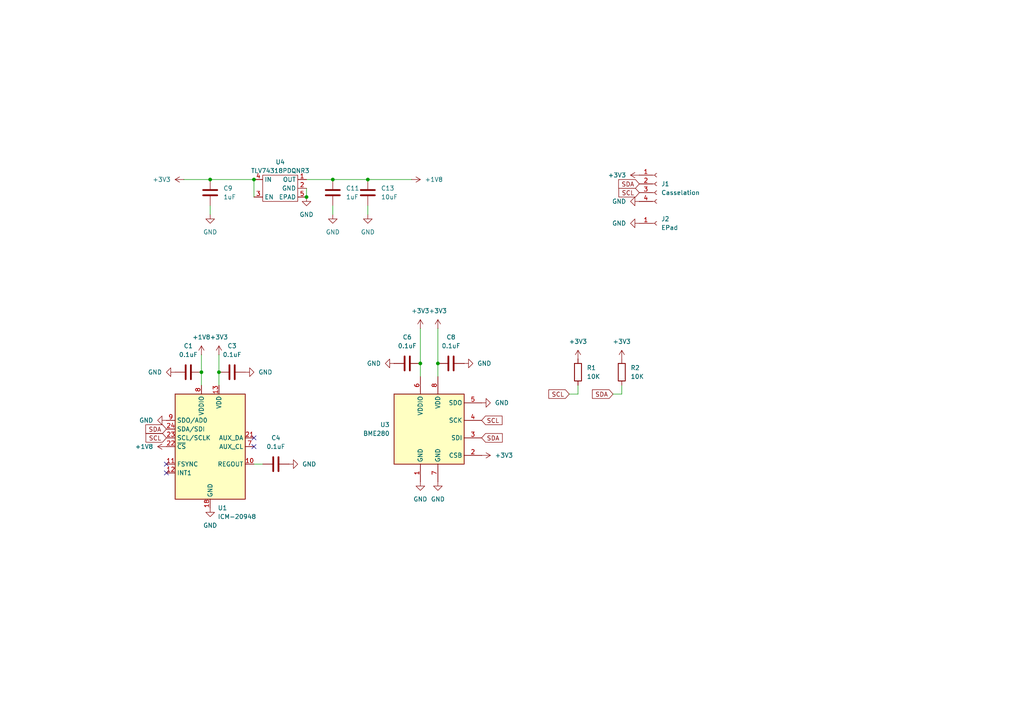
<source format=kicad_sch>
(kicad_sch (version 20231120) (generator "eeschema") (generator_version "8.0")
  (paper "A4")
  (lib_symbols
    (symbol "Connector:Conn_01x01_Socket" (pin_names (offset 1.016) hide)
      (property "Reference" "J" (at 0 2.54 0))
      (property "Value" "Conn_01x01_Socket" (at 0 -2.54 0))
      (symbol "Conn_01x01_Socket_1_1"
        (polyline (pts (xy -1.27 0) (xy -0.508 0)) (stroke (width 0.1524)))
        (arc (start 0 0.508) (mid -0.5058 0) (end 0 -0.508) (stroke (width 0.1524)))
        (pin passive line (at -5.08 0 0) (length 3.81) (name "Pin_1") (number "1"))
      )
    )
    (symbol "Connector:Conn_01x04_Socket" (pin_names (offset 1.016) hide)
      (property "Reference" "J" (at 0 5.08 0))
      (property "Value" "Conn_01x04_Socket" (at 0 -7.62 0))
      (symbol "Conn_01x04_Socket_1_1"
        (arc (start 0 -4.572) (mid -0.5058 -5.08) (end 0 -5.588) (stroke (width 0.1524)))
        (arc (start 0 -2.032) (mid -0.5058 -2.54) (end 0 -3.048) (stroke (width 0.1524)))
        (polyline (pts (xy -1.27 -5.08) (xy -0.508 -5.08)) (stroke (width 0.1524)))
        (polyline (pts (xy -1.27 -2.54) (xy -0.508 -2.54)) (stroke (width 0.1524)))
        (polyline (pts (xy -1.27 0) (xy -0.508 0)) (stroke (width 0.1524)))
        (polyline (pts (xy -1.27 2.54) (xy -0.508 2.54)) (stroke (width 0.1524)))
        (arc (start 0 0.508) (mid -0.5058 0) (end 0 -0.508) (stroke (width 0.1524)))
        (arc (start 0 3.048) (mid -0.5058 2.54) (end 0 2.032) (stroke (width 0.1524)))
        (pin passive line (at -5.08 2.54 0) (length 3.81) (name "Pin_1") (number "1"))
        (pin passive line (at -5.08 0 0) (length 3.81) (name "Pin_2") (number "2"))
        (pin passive line (at -5.08 -2.54 0) (length 3.81) (name "Pin_3") (number "3"))
        (pin passive line (at -5.08 -5.08 0) (length 3.81) (name "Pin_4") (number "4"))
      )
    )
    (symbol "Device:C" (pin_numbers hide) (pin_names (offset 0.254))
      (property "Reference" "C" (at 0.635 2.54 0))
      (property "Value" "C" (at 0.635 -2.54 0))
      (symbol "C_0_1"
        (polyline (pts (xy -2.032 -0.762) (xy 2.032 -0.762)) (stroke (width 0.508)))
        (polyline (pts (xy -2.032 0.762) (xy 2.032 0.762)) (stroke (width 0.508)))
      )
      (symbol "C_1_1"
        (pin passive line (at 0 3.81 270) (length 2.794) (name "~") (number "1"))
        (pin passive line (at 0 -3.81 90) (length 2.794) (name "~") (number "2"))
      )
    )
    (symbol "Device:R" (pin_numbers hide) (pin_names (offset 0))
      (property "Reference" "R" (at 2.032 0 90))
      (property "Value" "R" (at 0 0 90))
      (symbol "R_0_1"
        (rectangle (start -1.016 -2.54) (end 1.016 2.54) (stroke (width 0.254)))
      )
      (symbol "R_1_1"
        (pin passive line (at 0 3.81 270) (length 1.27) (name "~") (number "1"))
        (pin passive line (at 0 -3.81 90) (length 1.27) (name "~") (number "2"))
      )
    )
    (symbol "Sensor:BME280"
      (property "Reference" "U" (at -8.89 11.43 0))
      (property "Value" "BME280" (at 7.62 11.43 0))
      (symbol "BME280_0_1"
        (rectangle (start -10.16 10.16) (end 10.16 -10.16) (stroke (width 0.254)) (fill (type background)))
      )
      (symbol "BME280_1_1"
        (pin power_in line (at -2.54 -15.24 90) (length 5.08) (name "GND") (number "1"))
        (pin input line (at 15.24 -7.62 180) (length 5.08) (name "CSB") (number "2"))
        (pin bidirectional line (at 15.24 -2.54 180) (length 5.08) (name "SDI") (number "3"))
        (pin input line (at 15.24 2.54 180) (length 5.08) (name "SCK") (number "4"))
        (pin bidirectional line (at 15.24 7.62 180) (length 5.08) (name "SDO") (number "5"))
        (pin power_in line (at -2.54 15.24 270) (length 5.08) (name "VDDIO") (number "6"))
        (pin power_in line (at 2.54 -15.24 90) (length 5.08) (name "GND") (number "7"))
        (pin power_in line (at 2.54 15.24 270) (length 5.08) (name "VDD") (number "8"))
      )
    )
    (symbol "Sensor_Motion:ICM-20948"
      (property "Reference" "U" (at -11.43 16.51 0))
      (property "Value" "ICM-20948" (at 7.62 -16.51 0))
      (symbol "ICM-20948_0_1"
        (rectangle (start -10.16 15.24) (end 10.16 -15.24) (stroke (width 0.254)) (fill (type background)))
      )
      (symbol "ICM-20948_1_1"
        (pin no_connect line (at -10.16 12.7 0) (length 2.54) hide (name "NC") (number "1"))
        (pin passive line (at 12.7 -5.08 180) (length 2.54) (name "REGOUT") (number "10"))
        (pin input line (at -12.7 -5.08 0) (length 2.54) (name "FSYNC") (number "11"))
        (pin output line (at -12.7 -7.62 0) (length 2.54) (name "INT1") (number "12"))
        (pin power_in line (at 2.54 17.78 270) (length 2.54) (name "VDD") (number "13"))
        (pin no_connect line (at 10.16 7.62 180) (length 2.54) hide (name "NC") (number "14"))
        (pin no_connect line (at 10.16 5.08 180) (length 2.54) hide (name "NC") (number "15"))
        (pin no_connect line (at 10.16 -7.62 180) (length 2.54) hide (name "NC") (number "16"))
        (pin no_connect line (at 10.16 -10.16 180) (length 2.54) hide (name "NC") (number "17"))
        (pin power_in line (at 0 -17.78 90) (length 2.54) (name "GND") (number "18"))
        (pin no_connect line (at 10.16 -12.7 180) (length 2.54) hide (name "RESV") (number "19"))
        (pin no_connect line (at -10.16 10.16 0) (length 2.54) hide (name "NC") (number "2"))
        (pin passive line (at 0 -17.78 90) (length 2.54) hide (name "GND") (number "20"))
        (pin bidirectional line (at 12.7 2.54 180) (length 2.54) (name "AUX_DA") (number "21"))
        (pin input line (at -12.7 0 0) (length 2.54) (name "~{CS}") (number "22"))
        (pin input line (at -12.7 2.54 0) (length 2.54) (name "SCL/SCLK") (number "23"))
        (pin bidirectional line (at -12.7 5.08 0) (length 2.54) (name "SDA/SDI") (number "24"))
        (pin no_connect line (at -10.16 -2.54 0) (length 2.54) hide (name "NC") (number "3"))
        (pin no_connect line (at -10.16 -10.16 0) (length 2.54) hide (name "NC") (number "4"))
        (pin no_connect line (at -10.16 -12.7 0) (length 2.54) hide (name "NC") (number "5"))
        (pin no_connect line (at 10.16 10.16 180) (length 2.54) hide (name "NC") (number "6"))
        (pin output line (at 12.7 0 180) (length 2.54) (name "AUX_CL") (number "7"))
        (pin power_in line (at -2.54 17.78 270) (length 2.54) (name "VDDIO") (number "8"))
        (pin bidirectional line (at -12.7 7.62 0) (length 2.54) (name "SDO/AD0") (number "9"))
      )
    )
    (symbol "TLV74018PDQNR:LDO_TLV74018PDQNR_4P-X2SON"
      (property "Reference" "U" (at 0 5.08 0))
      (symbol "LDO_TLV74018PDQNR_4P-X2SON_0_1"
        (rectangle (start -5.08 3.81) (end 5.08 -3.81))
      )
      (symbol "LDO_TLV74018PDQNR_4P-X2SON_1_1"
        (pin input line (at 7.62 2.54 180) (length 2.54) (name "OUT") (number "1"))
        (pin input line (at 7.62 0 180) (length 2.54) (name "GND") (number "2"))
        (pin input line (at -7.62 -2.54 0) (length 2.54) (name "EN") (number "3"))
        (pin input line (at -7.62 2.54 0) (length 2.54) (name "IN") (number "4"))
        (pin input line (at 7.62 -2.54 180) (length 2.54) (name "EPAD") (number "5"))
      )
    )
    (symbol "power:+1V8" (power) (pin_numbers hide) (pin_names (offset 0) hide)
      (property "Value" "+1V8" (at 0 3.556 0))
      (symbol "+1V8_0_1"
        (polyline (pts (xy -0.762 1.27) (xy 0 2.54)))
        (polyline (pts (xy 0 0) (xy 0 2.54)))
        (polyline (pts (xy 0 2.54) (xy 0.762 1.27)))
      )
      (symbol "+1V8_1_1"
        (pin power_in line (at 0 0 90) (length 0) (name "~") (number "1"))
      )
    )
    (symbol "power:+3V3" (power) (pin_numbers hide) (pin_names (offset 0) hide)
      (property "Value" "+3V3" (at 0 3.556 0))
      (symbol "+3V3_0_1"
        (polyline (pts (xy -0.762 1.27) (xy 0 2.54)))
        (polyline (pts (xy 0 0) (xy 0 2.54)))
        (polyline (pts (xy 0 2.54) (xy 0.762 1.27)))
      )
      (symbol "+3V3_1_1"
        (pin power_in line (at 0 0 90) (length 0) (name "~") (number "1"))
      )
    )
    (symbol "power:GND" (power) (pin_numbers hide) (pin_names (offset 0) hide)
      (property "Value" "GND" (at 0 -3.81 0))
      (symbol "GND_0_1"
        (polyline (pts (xy 0 0) (xy 0 -1.27) (xy 1.27 -1.27) (xy 0 -2.54) (xy -1.27 -1.27) (xy 0 -1.27)))
      )
      (symbol "GND_1_1"
        (pin power_in line (at 0 0 270) (length 0) (name "~") (number "1"))
      )
    )
  )
  (junction (at 88.9 57.15))
  (junction (at 96.52 52.07))
  (junction (at 60.96 52.07))
  (junction (at 63.5 107.95))
  (junction (at 58.42 107.95))
  (junction (at 106.68 52.07))
  (junction (at 127 105.41))
  (junction (at 121.92 105.41))
  (junction (at 73.66 52.07))
  (no_connect (at 73.66 127))
  (no_connect (at 48.26 137.16))
  (no_connect (at 73.66 129.54))
  (no_connect (at 48.26 134.62))
  (wire (pts (xy 167.64 114.3) (xy 167.64 111.76)))
  (wire (pts (xy 88.9 52.07) (xy 96.52 52.07)))
  (wire (pts (xy 63.5 107.95) (xy 63.5 111.76)))
  (wire (pts (xy 73.66 52.07) (xy 73.66 57.15)))
  (wire (pts (xy 106.68 59.69) (xy 106.68 62.23)))
  (wire (pts (xy 58.42 102.87) (xy 58.42 107.95)))
  (wire (pts (xy 60.96 59.69) (xy 60.96 62.23)))
  (wire (pts (xy 96.52 52.07) (xy 106.68 52.07)))
  (wire (pts (xy 127 105.41) (xy 127 109.22)))
  (wire (pts (xy 121.92 95.25) (xy 121.92 105.41)))
  (wire (pts (xy 76.2 134.62) (xy 73.66 134.62)))
  (wire (pts (xy 165.1 114.3) (xy 167.64 114.3)))
  (wire (pts (xy 180.34 114.3) (xy 180.34 111.76)))
  (wire (pts (xy 63.5 102.87) (xy 63.5 107.95)))
  (wire (pts (xy 53.34 52.07) (xy 60.96 52.07)))
  (wire (pts (xy 96.52 59.69) (xy 96.52 62.23)))
  (wire (pts (xy 106.68 52.07) (xy 119.38 52.07)))
  (wire (pts (xy 58.42 107.95) (xy 58.42 111.76)))
  (wire (pts (xy 177.8 114.3) (xy 180.34 114.3)))
  (wire (pts (xy 60.96 52.07) (xy 73.66 52.07)))
  (wire (pts (xy 121.92 105.41) (xy 121.92 109.22)))
  (wire (pts (xy 88.9 54.61) (xy 88.9 57.15)))
  (wire (pts (xy 127 95.25) (xy 127 105.41)))
  (global_label "SDA" (shape input) (at 139.7 127 0) (property "Intersheetrefs" "${INTERSHEET_REFS}" (effects (hide yes))))
  (global_label "SDA" (shape input) (at 48.26 124.46 180) (property "Intersheetrefs" "${INTERSHEET_REFS}" (effects (hide yes))))
  (global_label "SCL" (shape input) (at 139.7 121.92 0) (property "Intersheetrefs" "${INTERSHEET_REFS}" (effects (hide yes))))
  (global_label "SCL" (shape input) (at 165.1 114.3 180) (property "Intersheetrefs" "${INTERSHEET_REFS}" (effects (hide yes))))
  (global_label "SCL" (shape input) (at 185.42 55.88 180) (property "Intersheetrefs" "${INTERSHEET_REFS}" (effects (hide yes))))
  (global_label "SCL" (shape input) (at 48.26 127 180) (property "Intersheetrefs" "${INTERSHEET_REFS}" (effects (hide yes))))
  (global_label "SDA" (shape input) (at 185.42 53.34 180) (property "Intersheetrefs" "${INTERSHEET_REFS}" (effects (hide yes))))
  (global_label "SDA" (shape input) (at 177.8 114.3 180) (property "Intersheetrefs" "${INTERSHEET_REFS}" (effects (hide yes))))
  (symbol (lib_id "power:GND") (at 127 139.7 0) (unit 1)
    (property "Reference" "#PWR012" (effects (hide yes)))
    (property "Value" "GND" (at 127 144.78 0))
    (property "Description" "Power symbol creates a global label with name \"GND\" , ground" (effects (hide yes)))
  )
  (symbol (lib_id "power:GND") (at 185.42 64.77 270) (unit 1)
    (property "Reference" "#PWR027" (effects (hide yes)))
    (property "Value" "GND" (at 181.61 64.7699 90) (effects (justify right)))
    (property "Description" "Power symbol creates a global label with name \"GND\" , ground" (effects (hide yes)))
  )
  (symbol (lib_id "Device:R") (at 180.34 107.95 0) (unit 1)
    (property "Reference" "R2" (at 182.88 106.6799 0) (effects (justify left)))
    (property "Value" "10K" (at 182.88 109.2199 0) (effects (justify left)))
    (property "Footprint" "Resistor_SMD:R_0402_1005Metric" (effects (hide yes)))
    (property "Description" "Resistor" (effects (hide yes)))
    (property "LCSC" "C60490" (effects (hide yes)))
  )
  (symbol (lib_id "Device:C") (at 130.81 105.41 90) (unit 1)
    (property "Reference" "C8" (at 130.81 97.79 90))
    (property "Value" "0.1uF" (at 130.81 100.33 90))
    (property "Footprint" "Capacitor_SMD:C_0402_1005Metric" (effects (hide yes)))
    (property "Description" "Unpolarized capacitor" (effects (hide yes)))
    (property "LCSC" "C100072" (effects (hide yes)))
  )
  (symbol (lib_id "power:+3V3") (at 63.5 102.87 0) (unit 1)
    (property "Reference" "#PWR024" (effects (hide yes)))
    (property "Value" "+3V3" (at 63.5 97.79 0))
    (property "Description" "Power symbol creates a global label with name \"+3V3\"" (effects (hide yes)))
  )
  (symbol (lib_id "power:+3V3") (at 127 95.25 0) (unit 1)
    (property "Reference" "#PWR011" (effects (hide yes)))
    (property "Value" "+3V3" (at 127 90.17 0))
    (property "Description" "Power symbol creates a global label with name \"+3V3\"" (effects (hide yes)))
  )
  (symbol (lib_id "power:GND") (at 60.96 62.23 0) (unit 1)
    (property "Reference" "#PWR015" (effects (hide yes)))
    (property "Value" "GND" (at 60.96 67.31 0))
    (property "Description" "Power symbol creates a global label with name \"GND\" , ground" (effects (hide yes)))
  )
  (symbol (lib_id "Device:C") (at 118.11 105.41 90) (unit 1)
    (property "Reference" "C6" (at 118.11 97.79 90))
    (property "Value" "0.1uF" (at 118.11 100.33 90))
    (property "Footprint" "Capacitor_SMD:C_0402_1005Metric" (effects (hide yes)))
    (property "Description" "Unpolarized capacitor" (effects (hide yes)))
    (property "LCSC" "C100072" (effects (hide yes)))
  )
  (symbol (lib_id "power:GND") (at 106.68 62.23 0) (unit 1)
    (property "Reference" "#PWR019" (effects (hide yes)))
    (property "Value" "GND" (at 106.68 67.31 0))
    (property "Description" "Power symbol creates a global label with name \"GND\" , ground" (effects (hide yes)))
  )
  (symbol (lib_id "power:GND") (at 121.92 139.7 0) (unit 1)
    (property "Reference" "#PWR010" (effects (hide yes)))
    (property "Value" "GND" (at 121.92 144.78 0))
    (property "Description" "Power symbol creates a global label with name \"GND\" , ground" (effects (hide yes)))
  )
  (symbol (lib_id "power:+1V8") (at 58.42 102.87 0) (unit 1)
    (property "Reference" "#PWR04" (effects (hide yes)))
    (property "Value" "+1V8" (at 58.42 97.79 0))
    (property "Description" "Power symbol creates a global label with name \"+1V8\"" (effects (hide yes)))
  )
  (symbol (lib_id "power:GND") (at 139.7 116.84 90) (unit 1)
    (property "Reference" "#PWR014" (effects (hide yes)))
    (property "Value" "GND" (at 143.51 116.8399 90) (effects (justify right)))
    (property "Description" "Power symbol creates a global label with name \"GND\" , ground" (effects (hide yes)))
  )
  (symbol (lib_id "power:GND") (at 134.62 105.41 90) (unit 1)
    (property "Reference" "#PWR013" (effects (hide yes)))
    (property "Value" "GND" (at 138.43 105.4099 90) (effects (justify right)))
    (property "Description" "Power symbol creates a global label with name \"GND\" , ground" (effects (hide yes)))
  )
  (symbol (lib_id "Device:C") (at 80.01 134.62 90) (unit 1)
    (property "Reference" "C4" (at 80.01 127 90))
    (property "Value" "0.1uF" (at 80.01 129.54 90))
    (property "Footprint" "Capacitor_SMD:C_0402_1005Metric" (effects (hide yes)))
    (property "Description" "Unpolarized capacitor" (effects (hide yes)))
    (property "LCSC" "C100072" (effects (hide yes)))
  )
  (symbol (lib_id "power:GND") (at 185.42 58.42 270) (unit 1)
    (property "Reference" "#PWR022" (effects (hide yes)))
    (property "Value" "GND" (at 181.61 58.4199 90) (effects (justify right)))
    (property "Description" "Power symbol creates a global label with name \"GND\" , ground" (effects (hide yes)))
  )
  (symbol (lib_id "power:+3V3") (at 185.42 50.8 90) (unit 1)
    (property "Reference" "#PWR017" (effects (hide yes)))
    (property "Value" "+3V3" (at 181.61 50.7999 90) (effects (justify left)))
    (property "Description" "Power symbol creates a global label with name \"+3V3\"" (effects (hide yes)))
  )
  (symbol (lib_id "power:+3V3") (at 167.64 104.14 0) (unit 1)
    (property "Reference" "#PWR025" (effects (hide yes)))
    (property "Value" "+3V3" (at 167.64 99.06 0))
    (property "Description" "Power symbol creates a global label with name \"+3V3\"" (effects (hide yes)))
  )
  (symbol (lib_id "Device:C") (at 60.96 55.88 0) (unit 1)
    (property "Reference" "C9" (at 64.77 54.6099 0) (effects (justify left)))
    (property "Value" "1uF" (at 64.77 57.1499 0) (effects (justify left)))
    (property "Footprint" "Resistor_SMD:R_0402_1005Metric" (effects (hide yes)))
    (property "Description" "Unpolarized capacitor" (effects (hide yes)))
    (property "LCSC" "C107372" (effects (hide yes)))
  )
  (symbol (lib_id "power:GND") (at 71.12 107.95 90) (unit 1)
    (property "Reference" "#PWR05" (effects (hide yes)))
    (property "Value" "GND" (at 74.93 107.9499 90) (effects (justify right)))
    (property "Description" "Power symbol creates a global label with name \"GND\" , ground" (effects (hide yes)))
  )
  (symbol (lib_id "power:GND") (at 50.8 107.95 270) (unit 1)
    (property "Reference" "#PWR02" (effects (hide yes)))
    (property "Value" "GND" (at 46.99 107.9499 90) (effects (justify right)))
    (property "Description" "Power symbol creates a global label with name \"GND\" , ground" (effects (hide yes)))
  )
  (symbol (lib_id "power:+3V3") (at 180.34 104.14 0) (unit 1)
    (property "Reference" "#PWR026" (effects (hide yes)))
    (property "Value" "+3V3" (at 180.34 99.06 0))
    (property "Description" "Power symbol creates a global label with name \"+3V3\"" (effects (hide yes)))
  )
  (symbol (lib_id "power:GND") (at 88.9 57.15 0) (unit 1)
    (property "Reference" "#PWR016" (effects (hide yes)))
    (property "Value" "GND" (at 88.9 62.23 0))
    (property "Description" "Power symbol creates a global label with name \"GND\" , ground" (effects (hide yes)))
  )
  (symbol (lib_id "Sensor_Motion:ICM-20948") (at 60.96 129.54 0) (unit 1)
    (property "Reference" "U1" (at 63.1541 147.32 0) (effects (justify left)))
    (property "Value" "ICM-20948" (at 63.1541 149.86 0) (effects (justify left)))
    (property "Footprint" "Sensor_Motion:InvenSense_QFN-24_3x3mm_P0.4mm" (effects (hide yes)))
    (property "Datasheet" "http://www.invensense.com/wp-content/uploads/2016/06/DS-000189-ICM-20948-v1.3.pdf" (effects (hide yes)))
    (property "Description" "InvenSense 9-Axis Motion Sensor, Accelerometer, Gyroscope, Compass, I2C/SPI, QFN-24" (effects (hide yes)))
    (property "LCSC" "C726001" (effects (hide yes)))
  )
  (symbol (lib_id "power:+1V8") (at 48.26 129.54 90) (unit 1)
    (property "Reference" "#PWR06" (effects (hide yes)))
    (property "Value" "+1V8" (at 44.45 129.5399 90) (effects (justify left)))
    (property "Description" "Power symbol creates a global label with name \"+1V8\"" (effects (hide yes)))
  )
  (symbol (lib_id "TLV74018PDQNR:LDO_TLV74018PDQNR_4P-X2SON") (at 81.28 54.61 0) (unit 1)
    (property "Reference" "U4" (at 81.28 46.99 0))
    (property "Value" "TLV74318PDQNR3" (at 81.28 49.53 0))
    (property "Footprint" "Package_DFN_QFN:UDFN-4-1EP_1x1mm_P0.65mm_EP0.48x0.48mm" (effects (hide yes)))
    (property "LCSC" "C2860843" (effects (hide yes)))
  )
  (symbol (lib_id "power:GND") (at 96.52 62.23 0) (unit 1)
    (property "Reference" "#PWR018" (effects (hide yes)))
    (property "Value" "GND" (at 96.52 67.31 0))
    (property "Description" "Power symbol creates a global label with name \"GND\" , ground" (effects (hide yes)))
  )
  (symbol (lib_id "power:+3V3") (at 139.7 132.08 270) (unit 1)
    (property "Reference" "#PWR08" (effects (hide yes)))
    (property "Value" "+3V3" (at 143.51 132.0799 90) (effects (justify left)))
    (property "Description" "Power symbol creates a global label with name \"+3V3\"" (effects (hide yes)))
  )
  (symbol (lib_id "power:GND") (at 83.82 134.62 90) (unit 1)
    (property "Reference" "#PWR07" (effects (hide yes)))
    (property "Value" "GND" (at 87.63 134.6199 90) (effects (justify right)))
    (property "Description" "Power symbol creates a global label with name \"GND\" , ground" (effects (hide yes)))
  )
  (symbol (lib_id "Device:C") (at 67.31 107.95 90) (unit 1)
    (property "Reference" "C3" (at 67.31 100.33 90))
    (property "Value" "0.1uF" (at 67.31 102.87 90))
    (property "Footprint" "Capacitor_SMD:C_0402_1005Metric" (effects (hide yes)))
    (property "Description" "Unpolarized capacitor" (effects (hide yes)))
    (property "LCSC" "C100072" (effects (hide yes)))
  )
  (symbol (lib_id "Device:R") (at 167.64 107.95 0) (unit 1)
    (property "Reference" "R1" (at 170.18 106.6799 0) (effects (justify left)))
    (property "Value" "10K" (at 170.18 109.2199 0) (effects (justify left)))
    (property "Footprint" "Resistor_SMD:R_0402_1005Metric" (effects (hide yes)))
    (property "Description" "Resistor" (effects (hide yes)))
    (property "LCSC" "C60490" (effects (hide yes)))
  )
  (symbol (lib_id "power:GND") (at 60.96 147.32 0) (unit 1)
    (property "Reference" "#PWR03" (effects (hide yes)))
    (property "Value" "GND" (at 60.96 152.4 0))
    (property "Description" "Power symbol creates a global label with name \"GND\" , ground" (effects (hide yes)))
  )
  (symbol (lib_id "power:+3V3") (at 53.34 52.07 90) (unit 1)
    (property "Reference" "#PWR020" (effects (hide yes)))
    (property "Value" "+3V3" (at 49.53 52.0699 90) (effects (justify left)))
    (property "Description" "Power symbol creates a global label with name \"+3V3\"" (effects (hide yes)))
  )
  (symbol (lib_id "Device:C") (at 106.68 55.88 0) (unit 1)
    (property "Reference" "C13" (at 110.49 54.6099 0) (effects (justify left)))
    (property "Value" "10uF" (at 110.49 57.1499 0) (effects (justify left)))
    (property "Footprint" "Capacitor_SMD:C_0402_1005Metric" (effects (hide yes)))
    (property "Description" "Unpolarized capacitor" (effects (hide yes)))
    (property "LCSC" "C412251" (effects (hide yes)))
  )
  (symbol (lib_id "power:GND") (at 48.26 121.92 270) (unit 1)
    (property "Reference" "#PWR01" (effects (hide yes)))
    (property "Value" "GND" (at 44.45 121.9199 90) (effects (justify right)))
    (property "Description" "Power symbol creates a global label with name \"GND\" , ground" (effects (hide yes)))
  )
  (symbol (lib_id "Sensor:BME280") (at 124.46 124.46 0) (unit 1)
    (property "Reference" "U3" (at 113.03 123.1899 0) (effects (justify right)))
    (property "Value" "BME280" (at 113.03 125.7299 0) (effects (justify right)))
    (property "Footprint" "Package_LGA:Bosch_LGA-8_2.5x2.5mm_P0.65mm_ClockwisePinNumbering" (effects (hide yes)))
    (property "Datasheet" "https://www.bosch-sensortec.com/media/boschsensortec/downloads/datasheets/bst-bme280-ds002.pdf" (effects (hide yes)))
    (property "Description" "3-in-1 sensor, humidity, pressure, temperature, I2C and SPI interface, 1.71-3.6V, LGA-8" (effects (hide yes)))
    (property "LCSC" "C92489" (effects (hide yes)))
  )
  (symbol (lib_id "power:+1V8") (at 119.38 52.07 270) (unit 1)
    (property "Reference" "#PWR021" (effects (hide yes)))
    (property "Value" "+1V8" (at 123.19 52.0699 90) (effects (justify left)))
    (property "Description" "Power symbol creates a global label with name \"+1V8\"" (effects (hide yes)))
  )
  (symbol (lib_id "Connector:Conn_01x01_Socket") (at 190.5 64.77 0) (unit 1) (in_bom no)
    (property "Reference" "J2" (at 191.77 63.4999 0) (effects (justify left)))
    (property "Value" "EPad" (at 191.77 66.0399 0) (effects (justify left)))
    (property "Footprint" "Simple_Connector:1mm 3x3 Pad" (effects (hide yes)))
    (property "Description" "Generic connector, single row, 01x01, script generated" (effects (hide yes)))
  )
  (symbol (lib_id "Connector:Conn_01x04_Socket") (at 190.5 53.34 0) (unit 1) (in_bom no)
    (property "Reference" "J1" (at 191.77 53.3399 0) (effects (justify left)))
    (property "Value" "Casselation" (at 191.77 55.8799 0) (effects (justify left)))
    (property "Footprint" "Simple_Connector:1mm_4P" (effects (hide yes)))
    (property "Description" "Generic connector, single row, 01x04, script generated" (effects (hide yes)))
  )
  (symbol (lib_id "power:+3V3") (at 121.92 95.25 0) (unit 1)
    (property "Reference" "#PWR023" (effects (hide yes)))
    (property "Value" "+3V3" (at 121.92 90.17 0))
    (property "Description" "Power symbol creates a global label with name \"+3V3\"" (effects (hide yes)))
  )
  (symbol (lib_id "Device:C") (at 54.61 107.95 90) (unit 1)
    (property "Reference" "C1" (at 54.61 100.33 90))
    (property "Value" "0.1uF" (at 54.61 102.87 90))
    (property "Footprint" "Capacitor_SMD:C_0402_1005Metric" (effects (hide yes)))
    (property "Description" "Unpolarized capacitor" (effects (hide yes)))
    (property "LCSC" "C100072" (effects (hide yes)))
  )
  (symbol (lib_id "power:GND") (at 114.3 105.41 270) (unit 1)
    (property "Reference" "#PWR09" (effects (hide yes)))
    (property "Value" "GND" (at 110.49 105.4099 90) (effects (justify right)))
    (property "Description" "Power symbol creates a global label with name \"GND\" , ground" (effects (hide yes)))
  )
  (symbol (lib_id "Device:C") (at 96.52 55.88 0) (unit 1)
    (property "Reference" "C11" (at 100.33 54.6099 0) (effects (justify left)))
    (property "Value" "1uF" (at 100.33 57.1499 0) (effects (justify left)))
    (property "Footprint" "Resistor_SMD:R_0402_1005Metric" (effects (hide yes)))
    (property "Description" "Unpolarized capacitor" (effects (hide yes)))
    (property "LCSC" "C107372" (effects (hide yes)))
  )
)
</source>
